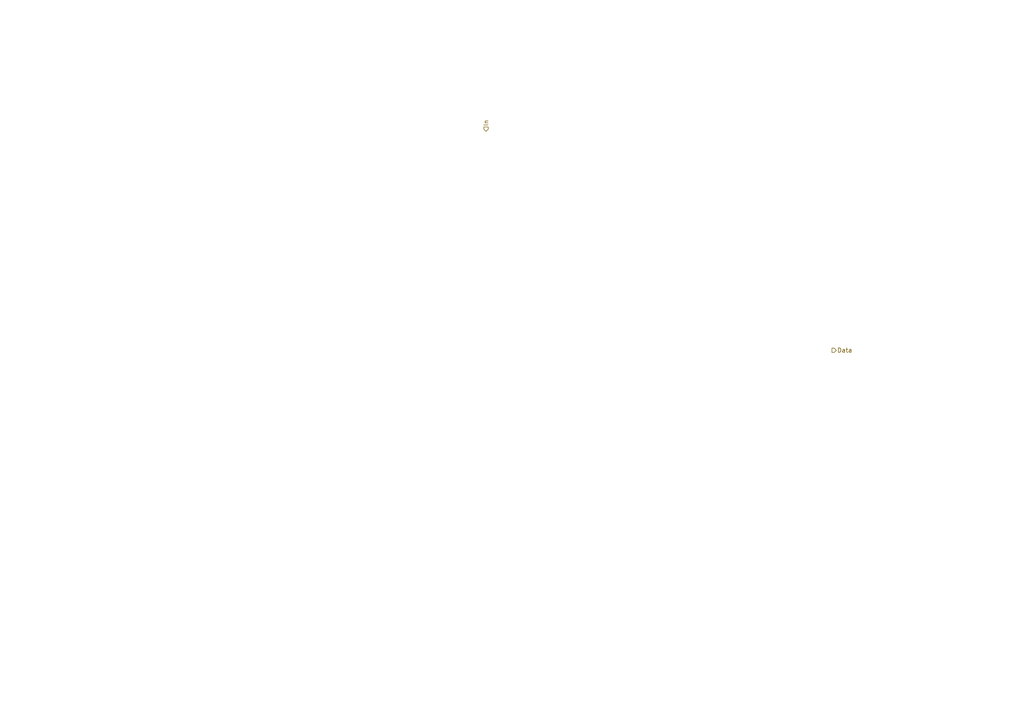
<source format=kicad_sch>
(kicad_sch (version 20211123) (generator eeschema)
  (paper "A4")
  (lib_symbols)
  (hierarchical_label "In" (shape input) (at 140.97 38.1 90))
  (hierarchical_label "Data" (shape output) (at 241.3 101.6 0))
)
</source>
